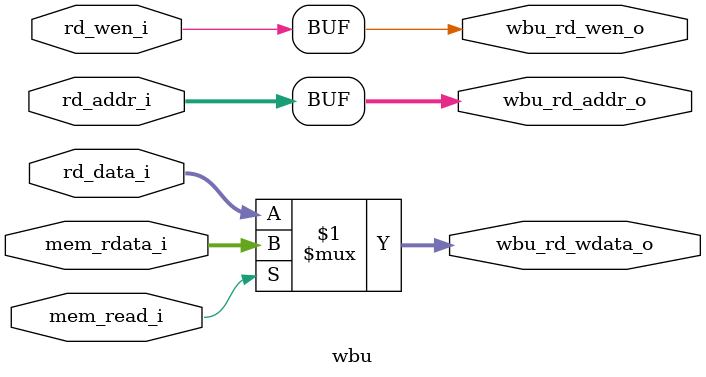
<source format=v>

`include "defines.v"

module wbu(
    // wb
    input  [63:0] rd_data_i,
    input  [4:0]  rd_addr_i,
    input         rd_wen_i,
    input         mem_read_i,
    input  [63:0] mem_rdata_i,

    // reg_file
    output        wbu_rd_wen_o,
    output [4:0]  wbu_rd_addr_o,
    output [63:0] wbu_rd_wdata_o
);

assign wbu_rd_wen_o   = rd_wen_i;
assign wbu_rd_addr_o  = rd_addr_i;
assign wbu_rd_wdata_o = mem_read_i ? mem_rdata_i : rd_data_i;

endmodule // wbu
</source>
